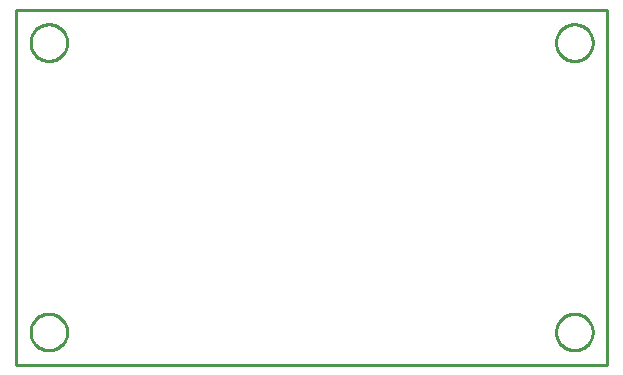
<source format=gbr>
G04 EAGLE Gerber RS-274X export*
G75*
%MOMM*%
%FSLAX34Y34*%
%LPD*%
%IN*%
%IPPOS*%
%AMOC8*
5,1,8,0,0,1.08239X$1,22.5*%
G01*
%ADD10C,0.254000*%


D10*
X0Y-10000D02*
X500000Y-10000D01*
X500000Y290000D01*
X0Y290000D01*
X0Y-10000D01*
X43000Y261946D02*
X42921Y260842D01*
X42763Y259746D01*
X42528Y258664D01*
X42216Y257602D01*
X41829Y256565D01*
X41369Y255558D01*
X40839Y254586D01*
X40240Y253654D01*
X39577Y252768D01*
X38852Y251931D01*
X38069Y251148D01*
X37232Y250423D01*
X36346Y249760D01*
X35414Y249161D01*
X34443Y248631D01*
X33435Y248171D01*
X32398Y247784D01*
X31336Y247472D01*
X30254Y247237D01*
X29158Y247079D01*
X28054Y247000D01*
X26946Y247000D01*
X25842Y247079D01*
X24746Y247237D01*
X23664Y247472D01*
X22602Y247784D01*
X21565Y248171D01*
X20558Y248631D01*
X19586Y249161D01*
X18654Y249760D01*
X17768Y250423D01*
X16931Y251148D01*
X16148Y251931D01*
X15423Y252768D01*
X14760Y253654D01*
X14161Y254586D01*
X13631Y255558D01*
X13171Y256565D01*
X12784Y257602D01*
X12472Y258664D01*
X12237Y259746D01*
X12079Y260842D01*
X12000Y261946D01*
X12000Y263054D01*
X12079Y264158D01*
X12237Y265254D01*
X12472Y266336D01*
X12784Y267398D01*
X13171Y268435D01*
X13631Y269443D01*
X14161Y270414D01*
X14760Y271346D01*
X15423Y272232D01*
X16148Y273069D01*
X16931Y273852D01*
X17768Y274577D01*
X18654Y275240D01*
X19586Y275839D01*
X20558Y276369D01*
X21565Y276829D01*
X22602Y277216D01*
X23664Y277528D01*
X24746Y277763D01*
X25842Y277921D01*
X26946Y278000D01*
X28054Y278000D01*
X29158Y277921D01*
X30254Y277763D01*
X31336Y277528D01*
X32398Y277216D01*
X33435Y276829D01*
X34443Y276369D01*
X35414Y275839D01*
X36346Y275240D01*
X37232Y274577D01*
X38069Y273852D01*
X38852Y273069D01*
X39577Y272232D01*
X40240Y271346D01*
X40839Y270414D01*
X41369Y269443D01*
X41829Y268435D01*
X42216Y267398D01*
X42528Y266336D01*
X42763Y265254D01*
X42921Y264158D01*
X43000Y263054D01*
X43000Y261946D01*
X43000Y16946D02*
X42921Y15842D01*
X42763Y14746D01*
X42528Y13664D01*
X42216Y12602D01*
X41829Y11565D01*
X41369Y10558D01*
X40839Y9586D01*
X40240Y8654D01*
X39577Y7768D01*
X38852Y6931D01*
X38069Y6148D01*
X37232Y5423D01*
X36346Y4760D01*
X35414Y4161D01*
X34443Y3631D01*
X33435Y3171D01*
X32398Y2784D01*
X31336Y2472D01*
X30254Y2237D01*
X29158Y2079D01*
X28054Y2000D01*
X26946Y2000D01*
X25842Y2079D01*
X24746Y2237D01*
X23664Y2472D01*
X22602Y2784D01*
X21565Y3171D01*
X20558Y3631D01*
X19586Y4161D01*
X18654Y4760D01*
X17768Y5423D01*
X16931Y6148D01*
X16148Y6931D01*
X15423Y7768D01*
X14760Y8654D01*
X14161Y9586D01*
X13631Y10558D01*
X13171Y11565D01*
X12784Y12602D01*
X12472Y13664D01*
X12237Y14746D01*
X12079Y15842D01*
X12000Y16946D01*
X12000Y18054D01*
X12079Y19158D01*
X12237Y20254D01*
X12472Y21336D01*
X12784Y22398D01*
X13171Y23435D01*
X13631Y24443D01*
X14161Y25414D01*
X14760Y26346D01*
X15423Y27232D01*
X16148Y28069D01*
X16931Y28852D01*
X17768Y29577D01*
X18654Y30240D01*
X19586Y30839D01*
X20558Y31369D01*
X21565Y31829D01*
X22602Y32216D01*
X23664Y32528D01*
X24746Y32763D01*
X25842Y32921D01*
X26946Y33000D01*
X28054Y33000D01*
X29158Y32921D01*
X30254Y32763D01*
X31336Y32528D01*
X32398Y32216D01*
X33435Y31829D01*
X34443Y31369D01*
X35414Y30839D01*
X36346Y30240D01*
X37232Y29577D01*
X38069Y28852D01*
X38852Y28069D01*
X39577Y27232D01*
X40240Y26346D01*
X40839Y25414D01*
X41369Y24443D01*
X41829Y23435D01*
X42216Y22398D01*
X42528Y21336D01*
X42763Y20254D01*
X42921Y19158D01*
X43000Y18054D01*
X43000Y16946D01*
X488000Y16946D02*
X487921Y15842D01*
X487763Y14746D01*
X487528Y13664D01*
X487216Y12602D01*
X486829Y11565D01*
X486369Y10558D01*
X485839Y9586D01*
X485240Y8654D01*
X484577Y7768D01*
X483852Y6931D01*
X483069Y6148D01*
X482232Y5423D01*
X481346Y4760D01*
X480414Y4161D01*
X479443Y3631D01*
X478435Y3171D01*
X477398Y2784D01*
X476336Y2472D01*
X475254Y2237D01*
X474158Y2079D01*
X473054Y2000D01*
X471946Y2000D01*
X470842Y2079D01*
X469746Y2237D01*
X468664Y2472D01*
X467602Y2784D01*
X466565Y3171D01*
X465558Y3631D01*
X464586Y4161D01*
X463654Y4760D01*
X462768Y5423D01*
X461931Y6148D01*
X461148Y6931D01*
X460423Y7768D01*
X459760Y8654D01*
X459161Y9586D01*
X458631Y10558D01*
X458171Y11565D01*
X457784Y12602D01*
X457472Y13664D01*
X457237Y14746D01*
X457079Y15842D01*
X457000Y16946D01*
X457000Y18054D01*
X457079Y19158D01*
X457237Y20254D01*
X457472Y21336D01*
X457784Y22398D01*
X458171Y23435D01*
X458631Y24443D01*
X459161Y25414D01*
X459760Y26346D01*
X460423Y27232D01*
X461148Y28069D01*
X461931Y28852D01*
X462768Y29577D01*
X463654Y30240D01*
X464586Y30839D01*
X465558Y31369D01*
X466565Y31829D01*
X467602Y32216D01*
X468664Y32528D01*
X469746Y32763D01*
X470842Y32921D01*
X471946Y33000D01*
X473054Y33000D01*
X474158Y32921D01*
X475254Y32763D01*
X476336Y32528D01*
X477398Y32216D01*
X478435Y31829D01*
X479443Y31369D01*
X480414Y30839D01*
X481346Y30240D01*
X482232Y29577D01*
X483069Y28852D01*
X483852Y28069D01*
X484577Y27232D01*
X485240Y26346D01*
X485839Y25414D01*
X486369Y24443D01*
X486829Y23435D01*
X487216Y22398D01*
X487528Y21336D01*
X487763Y20254D01*
X487921Y19158D01*
X488000Y18054D01*
X488000Y16946D01*
X488000Y261946D02*
X487921Y260842D01*
X487763Y259746D01*
X487528Y258664D01*
X487216Y257602D01*
X486829Y256565D01*
X486369Y255558D01*
X485839Y254586D01*
X485240Y253654D01*
X484577Y252768D01*
X483852Y251931D01*
X483069Y251148D01*
X482232Y250423D01*
X481346Y249760D01*
X480414Y249161D01*
X479443Y248631D01*
X478435Y248171D01*
X477398Y247784D01*
X476336Y247472D01*
X475254Y247237D01*
X474158Y247079D01*
X473054Y247000D01*
X471946Y247000D01*
X470842Y247079D01*
X469746Y247237D01*
X468664Y247472D01*
X467602Y247784D01*
X466565Y248171D01*
X465558Y248631D01*
X464586Y249161D01*
X463654Y249760D01*
X462768Y250423D01*
X461931Y251148D01*
X461148Y251931D01*
X460423Y252768D01*
X459760Y253654D01*
X459161Y254586D01*
X458631Y255558D01*
X458171Y256565D01*
X457784Y257602D01*
X457472Y258664D01*
X457237Y259746D01*
X457079Y260842D01*
X457000Y261946D01*
X457000Y263054D01*
X457079Y264158D01*
X457237Y265254D01*
X457472Y266336D01*
X457784Y267398D01*
X458171Y268435D01*
X458631Y269443D01*
X459161Y270414D01*
X459760Y271346D01*
X460423Y272232D01*
X461148Y273069D01*
X461931Y273852D01*
X462768Y274577D01*
X463654Y275240D01*
X464586Y275839D01*
X465558Y276369D01*
X466565Y276829D01*
X467602Y277216D01*
X468664Y277528D01*
X469746Y277763D01*
X470842Y277921D01*
X471946Y278000D01*
X473054Y278000D01*
X474158Y277921D01*
X475254Y277763D01*
X476336Y277528D01*
X477398Y277216D01*
X478435Y276829D01*
X479443Y276369D01*
X480414Y275839D01*
X481346Y275240D01*
X482232Y274577D01*
X483069Y273852D01*
X483852Y273069D01*
X484577Y272232D01*
X485240Y271346D01*
X485839Y270414D01*
X486369Y269443D01*
X486829Y268435D01*
X487216Y267398D01*
X487528Y266336D01*
X487763Y265254D01*
X487921Y264158D01*
X488000Y263054D01*
X488000Y261946D01*
M02*

</source>
